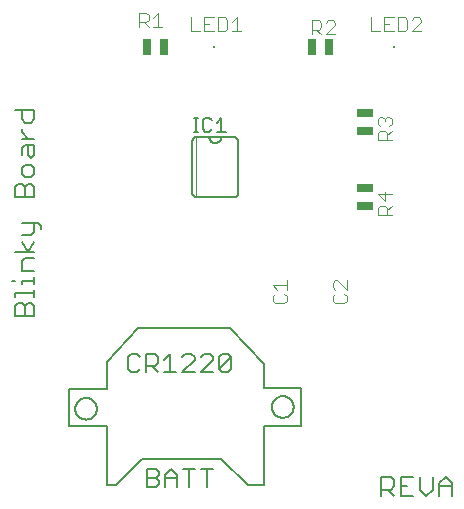
<source format=gto>
G75*
%MOIN*%
%OFA0B0*%
%FSLAX25Y25*%
%IPPOS*%
%LPD*%
%AMOC8*
5,1,8,0,0,1.08239X$1,22.5*
%
%ADD10C,0.00600*%
%ADD11C,0.00500*%
%ADD12C,0.00400*%
%ADD13C,0.00200*%
%ADD14R,0.00787X0.00787*%
%ADD15R,0.05512X0.02559*%
%ADD16R,0.02559X0.05512*%
D10*
X0015095Y0077100D02*
X0015095Y0080303D01*
X0016162Y0081370D01*
X0017230Y0081370D01*
X0018297Y0080303D01*
X0018297Y0077100D01*
X0015095Y0077100D02*
X0021500Y0077100D01*
X0021500Y0080303D01*
X0020432Y0081370D01*
X0019365Y0081370D01*
X0018297Y0080303D01*
X0015095Y0083545D02*
X0015095Y0084613D01*
X0021500Y0084613D01*
X0021500Y0083545D02*
X0021500Y0085681D01*
X0021500Y0087842D02*
X0021500Y0089978D01*
X0021500Y0088910D02*
X0017230Y0088910D01*
X0017230Y0087842D01*
X0015095Y0088910D02*
X0014027Y0088910D01*
X0017230Y0092139D02*
X0017230Y0095342D01*
X0018297Y0096410D01*
X0021500Y0096410D01*
X0021500Y0098585D02*
X0015095Y0098585D01*
X0017230Y0101788D02*
X0019365Y0098585D01*
X0021500Y0101788D01*
X0020432Y0103956D02*
X0021500Y0105024D01*
X0021500Y0108227D01*
X0022568Y0108227D02*
X0023635Y0107159D01*
X0023635Y0106091D01*
X0022568Y0108227D02*
X0017230Y0108227D01*
X0017230Y0103956D02*
X0020432Y0103956D01*
X0021500Y0092139D02*
X0017230Y0092139D01*
X0018297Y0116847D02*
X0018297Y0120050D01*
X0019365Y0121118D01*
X0020432Y0121118D01*
X0021500Y0120050D01*
X0021500Y0116847D01*
X0015095Y0116847D01*
X0015095Y0120050D01*
X0016162Y0121118D01*
X0017230Y0121118D01*
X0018297Y0120050D01*
X0018297Y0123293D02*
X0017230Y0124360D01*
X0017230Y0126495D01*
X0018297Y0127563D01*
X0020432Y0127563D01*
X0021500Y0126495D01*
X0021500Y0124360D01*
X0020432Y0123293D01*
X0018297Y0123293D01*
X0020432Y0129738D02*
X0019365Y0130806D01*
X0019365Y0134009D01*
X0018297Y0134009D02*
X0021500Y0134009D01*
X0021500Y0130806D01*
X0020432Y0129738D01*
X0017230Y0130806D02*
X0017230Y0132941D01*
X0018297Y0134009D01*
X0017230Y0136184D02*
X0021500Y0136184D01*
X0019365Y0136184D02*
X0017230Y0138319D01*
X0017230Y0139386D01*
X0018297Y0141555D02*
X0017230Y0142623D01*
X0017230Y0145825D01*
X0015095Y0145825D02*
X0021500Y0145825D01*
X0021500Y0142623D01*
X0020432Y0141555D01*
X0018297Y0141555D01*
X0074100Y0135300D02*
X0074100Y0118300D01*
X0074102Y0118224D01*
X0074108Y0118148D01*
X0074117Y0118073D01*
X0074131Y0117998D01*
X0074148Y0117924D01*
X0074169Y0117851D01*
X0074193Y0117779D01*
X0074222Y0117708D01*
X0074253Y0117639D01*
X0074288Y0117572D01*
X0074327Y0117507D01*
X0074369Y0117443D01*
X0074414Y0117382D01*
X0074462Y0117323D01*
X0074513Y0117267D01*
X0074567Y0117213D01*
X0074623Y0117162D01*
X0074682Y0117114D01*
X0074743Y0117069D01*
X0074807Y0117027D01*
X0074872Y0116988D01*
X0074939Y0116953D01*
X0075008Y0116922D01*
X0075079Y0116893D01*
X0075151Y0116869D01*
X0075224Y0116848D01*
X0075298Y0116831D01*
X0075373Y0116817D01*
X0075448Y0116808D01*
X0075524Y0116802D01*
X0075600Y0116800D01*
X0088000Y0116800D01*
X0088076Y0116802D01*
X0088152Y0116808D01*
X0088227Y0116817D01*
X0088302Y0116831D01*
X0088376Y0116848D01*
X0088449Y0116869D01*
X0088521Y0116893D01*
X0088592Y0116922D01*
X0088661Y0116953D01*
X0088728Y0116988D01*
X0088793Y0117027D01*
X0088857Y0117069D01*
X0088918Y0117114D01*
X0088977Y0117162D01*
X0089033Y0117213D01*
X0089087Y0117267D01*
X0089138Y0117323D01*
X0089186Y0117382D01*
X0089231Y0117443D01*
X0089273Y0117507D01*
X0089312Y0117572D01*
X0089347Y0117639D01*
X0089378Y0117708D01*
X0089407Y0117779D01*
X0089431Y0117851D01*
X0089452Y0117924D01*
X0089469Y0117998D01*
X0089483Y0118073D01*
X0089492Y0118148D01*
X0089498Y0118224D01*
X0089500Y0118300D01*
X0089500Y0135300D01*
X0089498Y0135376D01*
X0089492Y0135452D01*
X0089483Y0135527D01*
X0089469Y0135602D01*
X0089452Y0135676D01*
X0089431Y0135749D01*
X0089407Y0135821D01*
X0089378Y0135892D01*
X0089347Y0135961D01*
X0089312Y0136028D01*
X0089273Y0136093D01*
X0089231Y0136157D01*
X0089186Y0136218D01*
X0089138Y0136277D01*
X0089087Y0136333D01*
X0089033Y0136387D01*
X0088977Y0136438D01*
X0088918Y0136486D01*
X0088857Y0136531D01*
X0088793Y0136573D01*
X0088728Y0136612D01*
X0088661Y0136647D01*
X0088592Y0136678D01*
X0088521Y0136707D01*
X0088449Y0136731D01*
X0088376Y0136752D01*
X0088302Y0136769D01*
X0088227Y0136783D01*
X0088152Y0136792D01*
X0088076Y0136798D01*
X0088000Y0136800D01*
X0075600Y0136800D01*
X0075524Y0136798D01*
X0075448Y0136792D01*
X0075373Y0136783D01*
X0075298Y0136769D01*
X0075224Y0136752D01*
X0075151Y0136731D01*
X0075079Y0136707D01*
X0075008Y0136678D01*
X0074939Y0136647D01*
X0074872Y0136612D01*
X0074807Y0136573D01*
X0074743Y0136531D01*
X0074682Y0136486D01*
X0074623Y0136438D01*
X0074567Y0136387D01*
X0074513Y0136333D01*
X0074462Y0136277D01*
X0074414Y0136218D01*
X0074369Y0136157D01*
X0074327Y0136093D01*
X0074288Y0136028D01*
X0074253Y0135961D01*
X0074222Y0135892D01*
X0074193Y0135821D01*
X0074169Y0135749D01*
X0074148Y0135676D01*
X0074131Y0135602D01*
X0074117Y0135527D01*
X0074108Y0135452D01*
X0074102Y0135376D01*
X0074100Y0135300D01*
X0079800Y0136800D02*
X0079802Y0136712D01*
X0079808Y0136623D01*
X0079818Y0136535D01*
X0079831Y0136448D01*
X0079849Y0136361D01*
X0079870Y0136275D01*
X0079895Y0136190D01*
X0079924Y0136107D01*
X0079957Y0136024D01*
X0079993Y0135944D01*
X0080032Y0135865D01*
X0080075Y0135787D01*
X0080122Y0135712D01*
X0080172Y0135639D01*
X0080225Y0135568D01*
X0080281Y0135499D01*
X0080340Y0135433D01*
X0080402Y0135370D01*
X0080466Y0135310D01*
X0080533Y0135252D01*
X0080603Y0135198D01*
X0080675Y0135146D01*
X0080749Y0135098D01*
X0080826Y0135053D01*
X0080904Y0135012D01*
X0080984Y0134974D01*
X0081065Y0134940D01*
X0081148Y0134909D01*
X0081233Y0134882D01*
X0081318Y0134859D01*
X0081404Y0134840D01*
X0081492Y0134824D01*
X0081579Y0134812D01*
X0081667Y0134804D01*
X0081756Y0134800D01*
X0081844Y0134800D01*
X0081933Y0134804D01*
X0082021Y0134812D01*
X0082108Y0134824D01*
X0082196Y0134840D01*
X0082282Y0134859D01*
X0082367Y0134882D01*
X0082452Y0134909D01*
X0082535Y0134940D01*
X0082616Y0134974D01*
X0082696Y0135012D01*
X0082774Y0135053D01*
X0082851Y0135098D01*
X0082925Y0135146D01*
X0082997Y0135198D01*
X0083067Y0135252D01*
X0083134Y0135310D01*
X0083198Y0135370D01*
X0083260Y0135433D01*
X0083319Y0135499D01*
X0083375Y0135568D01*
X0083428Y0135639D01*
X0083478Y0135712D01*
X0083525Y0135787D01*
X0083568Y0135865D01*
X0083607Y0135944D01*
X0083643Y0136024D01*
X0083676Y0136107D01*
X0083705Y0136190D01*
X0083730Y0136275D01*
X0083751Y0136361D01*
X0083769Y0136448D01*
X0083782Y0136535D01*
X0083792Y0136623D01*
X0083798Y0136712D01*
X0083800Y0136800D01*
X0137100Y0023505D02*
X0140303Y0023505D01*
X0141370Y0022438D01*
X0141370Y0020303D01*
X0140303Y0019235D01*
X0137100Y0019235D01*
X0137100Y0017100D02*
X0137100Y0023505D01*
X0139235Y0019235D02*
X0141370Y0017100D01*
X0143545Y0017100D02*
X0147816Y0017100D01*
X0149991Y0019235D02*
X0152126Y0017100D01*
X0154261Y0019235D01*
X0154261Y0023505D01*
X0156436Y0021370D02*
X0158572Y0023505D01*
X0160707Y0021370D01*
X0160707Y0017100D01*
X0160707Y0020303D02*
X0156436Y0020303D01*
X0156436Y0021370D02*
X0156436Y0017100D01*
X0149991Y0019235D02*
X0149991Y0023505D01*
X0147816Y0023505D02*
X0143545Y0023505D01*
X0143545Y0017100D01*
X0143545Y0020303D02*
X0145681Y0020303D01*
D11*
X0045580Y0040343D02*
X0033060Y0040343D01*
X0033060Y0052863D01*
X0045580Y0052863D01*
X0045580Y0061863D01*
X0056131Y0073020D01*
X0086863Y0073020D01*
X0098020Y0061257D01*
X0098020Y0053257D01*
X0110540Y0053257D01*
X0110540Y0040343D01*
X0098020Y0040343D01*
X0098020Y0020611D01*
X0092800Y0020611D01*
X0083800Y0029461D01*
X0057225Y0029461D01*
X0048800Y0020611D01*
X0045580Y0020611D01*
X0045580Y0040343D01*
X0035123Y0046194D02*
X0035125Y0046314D01*
X0035131Y0046434D01*
X0035141Y0046553D01*
X0035155Y0046672D01*
X0035173Y0046791D01*
X0035194Y0046909D01*
X0035220Y0047026D01*
X0035250Y0047142D01*
X0035283Y0047257D01*
X0035320Y0047371D01*
X0035361Y0047483D01*
X0035406Y0047595D01*
X0035455Y0047704D01*
X0035507Y0047812D01*
X0035562Y0047919D01*
X0035621Y0048023D01*
X0035684Y0048125D01*
X0035750Y0048225D01*
X0035819Y0048323D01*
X0035891Y0048419D01*
X0035967Y0048512D01*
X0036045Y0048602D01*
X0036127Y0048690D01*
X0036211Y0048775D01*
X0036298Y0048858D01*
X0036388Y0048937D01*
X0036481Y0049013D01*
X0036576Y0049086D01*
X0036673Y0049156D01*
X0036773Y0049223D01*
X0036874Y0049286D01*
X0036978Y0049346D01*
X0037084Y0049403D01*
X0037191Y0049456D01*
X0037301Y0049505D01*
X0037412Y0049551D01*
X0037524Y0049593D01*
X0037638Y0049631D01*
X0037752Y0049665D01*
X0037868Y0049696D01*
X0037985Y0049722D01*
X0038103Y0049745D01*
X0038221Y0049764D01*
X0038340Y0049779D01*
X0038460Y0049790D01*
X0038579Y0049797D01*
X0038699Y0049800D01*
X0038819Y0049799D01*
X0038939Y0049794D01*
X0039058Y0049785D01*
X0039177Y0049772D01*
X0039296Y0049755D01*
X0039414Y0049734D01*
X0039531Y0049710D01*
X0039648Y0049681D01*
X0039763Y0049649D01*
X0039877Y0049612D01*
X0039990Y0049572D01*
X0040102Y0049528D01*
X0040212Y0049481D01*
X0040321Y0049430D01*
X0040427Y0049375D01*
X0040532Y0049317D01*
X0040635Y0049255D01*
X0040736Y0049190D01*
X0040834Y0049122D01*
X0040930Y0049050D01*
X0041024Y0048976D01*
X0041115Y0048898D01*
X0041204Y0048817D01*
X0041289Y0048733D01*
X0041372Y0048647D01*
X0041452Y0048557D01*
X0041530Y0048466D01*
X0041603Y0048371D01*
X0041674Y0048275D01*
X0041742Y0048176D01*
X0041806Y0048074D01*
X0041867Y0047971D01*
X0041924Y0047866D01*
X0041978Y0047759D01*
X0042028Y0047650D01*
X0042075Y0047539D01*
X0042118Y0047427D01*
X0042157Y0047314D01*
X0042192Y0047199D01*
X0042223Y0047084D01*
X0042251Y0046967D01*
X0042275Y0046850D01*
X0042295Y0046731D01*
X0042311Y0046613D01*
X0042323Y0046493D01*
X0042331Y0046374D01*
X0042335Y0046254D01*
X0042335Y0046134D01*
X0042331Y0046014D01*
X0042323Y0045895D01*
X0042311Y0045775D01*
X0042295Y0045657D01*
X0042275Y0045538D01*
X0042251Y0045421D01*
X0042223Y0045304D01*
X0042192Y0045189D01*
X0042157Y0045074D01*
X0042118Y0044961D01*
X0042075Y0044849D01*
X0042028Y0044738D01*
X0041978Y0044629D01*
X0041924Y0044522D01*
X0041867Y0044417D01*
X0041806Y0044314D01*
X0041742Y0044212D01*
X0041674Y0044113D01*
X0041603Y0044017D01*
X0041530Y0043922D01*
X0041452Y0043831D01*
X0041372Y0043741D01*
X0041289Y0043655D01*
X0041204Y0043571D01*
X0041115Y0043490D01*
X0041024Y0043412D01*
X0040930Y0043338D01*
X0040834Y0043266D01*
X0040736Y0043198D01*
X0040635Y0043133D01*
X0040532Y0043071D01*
X0040427Y0043013D01*
X0040321Y0042958D01*
X0040212Y0042907D01*
X0040102Y0042860D01*
X0039990Y0042816D01*
X0039877Y0042776D01*
X0039763Y0042739D01*
X0039648Y0042707D01*
X0039531Y0042678D01*
X0039414Y0042654D01*
X0039296Y0042633D01*
X0039177Y0042616D01*
X0039058Y0042603D01*
X0038939Y0042594D01*
X0038819Y0042589D01*
X0038699Y0042588D01*
X0038579Y0042591D01*
X0038460Y0042598D01*
X0038340Y0042609D01*
X0038221Y0042624D01*
X0038103Y0042643D01*
X0037985Y0042666D01*
X0037868Y0042692D01*
X0037752Y0042723D01*
X0037638Y0042757D01*
X0037524Y0042795D01*
X0037412Y0042837D01*
X0037301Y0042883D01*
X0037191Y0042932D01*
X0037084Y0042985D01*
X0036978Y0043042D01*
X0036874Y0043102D01*
X0036773Y0043165D01*
X0036673Y0043232D01*
X0036576Y0043302D01*
X0036481Y0043375D01*
X0036388Y0043451D01*
X0036298Y0043530D01*
X0036211Y0043613D01*
X0036127Y0043698D01*
X0036045Y0043786D01*
X0035967Y0043876D01*
X0035891Y0043969D01*
X0035819Y0044065D01*
X0035750Y0044163D01*
X0035684Y0044263D01*
X0035621Y0044365D01*
X0035562Y0044469D01*
X0035507Y0044576D01*
X0035455Y0044684D01*
X0035406Y0044793D01*
X0035361Y0044905D01*
X0035320Y0045017D01*
X0035283Y0045131D01*
X0035250Y0045246D01*
X0035220Y0045362D01*
X0035194Y0045479D01*
X0035173Y0045597D01*
X0035155Y0045716D01*
X0035141Y0045835D01*
X0035131Y0045954D01*
X0035125Y0046074D01*
X0035123Y0046194D01*
X0052587Y0059381D02*
X0053604Y0058363D01*
X0055639Y0058363D01*
X0056657Y0059381D01*
X0058664Y0060398D02*
X0061717Y0060398D01*
X0062734Y0061416D01*
X0062734Y0063451D01*
X0061717Y0064469D01*
X0058664Y0064469D01*
X0058664Y0058363D01*
X0060699Y0060398D02*
X0062734Y0058363D01*
X0064741Y0058363D02*
X0068811Y0058363D01*
X0070818Y0058363D02*
X0074889Y0062434D01*
X0074889Y0063451D01*
X0073871Y0064469D01*
X0071836Y0064469D01*
X0070818Y0063451D01*
X0066776Y0064469D02*
X0066776Y0058363D01*
X0070818Y0058363D02*
X0074889Y0058363D01*
X0076896Y0058363D02*
X0080966Y0062434D01*
X0080966Y0063451D01*
X0079948Y0064469D01*
X0077913Y0064469D01*
X0076896Y0063451D01*
X0076896Y0058363D02*
X0080966Y0058363D01*
X0082973Y0059381D02*
X0087043Y0063451D01*
X0087043Y0059381D01*
X0086025Y0058363D01*
X0083990Y0058363D01*
X0082973Y0059381D01*
X0082973Y0063451D01*
X0083990Y0064469D01*
X0086025Y0064469D01*
X0087043Y0063451D01*
X0100690Y0046800D02*
X0100692Y0046920D01*
X0100698Y0047040D01*
X0100708Y0047159D01*
X0100722Y0047278D01*
X0100740Y0047397D01*
X0100761Y0047515D01*
X0100787Y0047632D01*
X0100817Y0047748D01*
X0100850Y0047863D01*
X0100887Y0047977D01*
X0100928Y0048089D01*
X0100973Y0048201D01*
X0101022Y0048310D01*
X0101074Y0048418D01*
X0101129Y0048525D01*
X0101188Y0048629D01*
X0101251Y0048731D01*
X0101317Y0048831D01*
X0101386Y0048929D01*
X0101458Y0049025D01*
X0101534Y0049118D01*
X0101612Y0049208D01*
X0101694Y0049296D01*
X0101778Y0049381D01*
X0101865Y0049464D01*
X0101955Y0049543D01*
X0102048Y0049619D01*
X0102143Y0049692D01*
X0102240Y0049762D01*
X0102340Y0049829D01*
X0102441Y0049892D01*
X0102545Y0049952D01*
X0102651Y0050009D01*
X0102758Y0050062D01*
X0102868Y0050111D01*
X0102979Y0050157D01*
X0103091Y0050199D01*
X0103205Y0050237D01*
X0103319Y0050271D01*
X0103435Y0050302D01*
X0103552Y0050328D01*
X0103670Y0050351D01*
X0103788Y0050370D01*
X0103907Y0050385D01*
X0104027Y0050396D01*
X0104146Y0050403D01*
X0104266Y0050406D01*
X0104386Y0050405D01*
X0104506Y0050400D01*
X0104625Y0050391D01*
X0104744Y0050378D01*
X0104863Y0050361D01*
X0104981Y0050340D01*
X0105098Y0050316D01*
X0105215Y0050287D01*
X0105330Y0050255D01*
X0105444Y0050218D01*
X0105557Y0050178D01*
X0105669Y0050134D01*
X0105779Y0050087D01*
X0105888Y0050036D01*
X0105994Y0049981D01*
X0106099Y0049923D01*
X0106202Y0049861D01*
X0106303Y0049796D01*
X0106401Y0049728D01*
X0106497Y0049656D01*
X0106591Y0049582D01*
X0106682Y0049504D01*
X0106771Y0049423D01*
X0106856Y0049339D01*
X0106939Y0049253D01*
X0107019Y0049163D01*
X0107097Y0049072D01*
X0107170Y0048977D01*
X0107241Y0048881D01*
X0107309Y0048782D01*
X0107373Y0048680D01*
X0107434Y0048577D01*
X0107491Y0048472D01*
X0107545Y0048365D01*
X0107595Y0048256D01*
X0107642Y0048145D01*
X0107685Y0048033D01*
X0107724Y0047920D01*
X0107759Y0047805D01*
X0107790Y0047690D01*
X0107818Y0047573D01*
X0107842Y0047456D01*
X0107862Y0047337D01*
X0107878Y0047219D01*
X0107890Y0047099D01*
X0107898Y0046980D01*
X0107902Y0046860D01*
X0107902Y0046740D01*
X0107898Y0046620D01*
X0107890Y0046501D01*
X0107878Y0046381D01*
X0107862Y0046263D01*
X0107842Y0046144D01*
X0107818Y0046027D01*
X0107790Y0045910D01*
X0107759Y0045795D01*
X0107724Y0045680D01*
X0107685Y0045567D01*
X0107642Y0045455D01*
X0107595Y0045344D01*
X0107545Y0045235D01*
X0107491Y0045128D01*
X0107434Y0045023D01*
X0107373Y0044920D01*
X0107309Y0044818D01*
X0107241Y0044719D01*
X0107170Y0044623D01*
X0107097Y0044528D01*
X0107019Y0044437D01*
X0106939Y0044347D01*
X0106856Y0044261D01*
X0106771Y0044177D01*
X0106682Y0044096D01*
X0106591Y0044018D01*
X0106497Y0043944D01*
X0106401Y0043872D01*
X0106303Y0043804D01*
X0106202Y0043739D01*
X0106099Y0043677D01*
X0105994Y0043619D01*
X0105888Y0043564D01*
X0105779Y0043513D01*
X0105669Y0043466D01*
X0105557Y0043422D01*
X0105444Y0043382D01*
X0105330Y0043345D01*
X0105215Y0043313D01*
X0105098Y0043284D01*
X0104981Y0043260D01*
X0104863Y0043239D01*
X0104744Y0043222D01*
X0104625Y0043209D01*
X0104506Y0043200D01*
X0104386Y0043195D01*
X0104266Y0043194D01*
X0104146Y0043197D01*
X0104027Y0043204D01*
X0103907Y0043215D01*
X0103788Y0043230D01*
X0103670Y0043249D01*
X0103552Y0043272D01*
X0103435Y0043298D01*
X0103319Y0043329D01*
X0103205Y0043363D01*
X0103091Y0043401D01*
X0102979Y0043443D01*
X0102868Y0043489D01*
X0102758Y0043538D01*
X0102651Y0043591D01*
X0102545Y0043648D01*
X0102441Y0043708D01*
X0102340Y0043771D01*
X0102240Y0043838D01*
X0102143Y0043908D01*
X0102048Y0043981D01*
X0101955Y0044057D01*
X0101865Y0044136D01*
X0101778Y0044219D01*
X0101694Y0044304D01*
X0101612Y0044392D01*
X0101534Y0044482D01*
X0101458Y0044575D01*
X0101386Y0044671D01*
X0101317Y0044769D01*
X0101251Y0044869D01*
X0101188Y0044971D01*
X0101129Y0045075D01*
X0101074Y0045182D01*
X0101022Y0045290D01*
X0100973Y0045399D01*
X0100928Y0045511D01*
X0100887Y0045623D01*
X0100850Y0045737D01*
X0100817Y0045852D01*
X0100787Y0045968D01*
X0100761Y0046085D01*
X0100740Y0046203D01*
X0100722Y0046322D01*
X0100708Y0046441D01*
X0100698Y0046560D01*
X0100692Y0046680D01*
X0100690Y0046800D01*
X0081197Y0026100D02*
X0077127Y0026100D01*
X0075120Y0026100D02*
X0071050Y0026100D01*
X0069043Y0024065D02*
X0069043Y0019995D01*
X0069043Y0023047D02*
X0064973Y0023047D01*
X0064973Y0024065D02*
X0067008Y0026100D01*
X0069043Y0024065D01*
X0064973Y0024065D02*
X0064973Y0019995D01*
X0062966Y0021012D02*
X0061948Y0019995D01*
X0058896Y0019995D01*
X0058896Y0026100D01*
X0061948Y0026100D01*
X0062966Y0025083D01*
X0062966Y0024065D01*
X0061948Y0023047D01*
X0058896Y0023047D01*
X0061948Y0023047D02*
X0062966Y0022030D01*
X0062966Y0021012D01*
X0073085Y0019995D02*
X0073085Y0026100D01*
X0079162Y0026100D02*
X0079162Y0019995D01*
X0052587Y0059381D02*
X0052587Y0063451D01*
X0053604Y0064469D01*
X0055639Y0064469D01*
X0056657Y0063451D01*
X0064741Y0062434D02*
X0066776Y0064469D01*
X0074550Y0138550D02*
X0076051Y0138550D01*
X0075301Y0138550D02*
X0075301Y0143054D01*
X0076051Y0143054D02*
X0074550Y0143054D01*
X0077619Y0142303D02*
X0077619Y0139301D01*
X0078370Y0138550D01*
X0079871Y0138550D01*
X0080622Y0139301D01*
X0082223Y0138550D02*
X0085226Y0138550D01*
X0083724Y0138550D02*
X0083724Y0143054D01*
X0082223Y0141553D01*
X0080622Y0142303D02*
X0079871Y0143054D01*
X0078370Y0143054D01*
X0077619Y0142303D01*
D12*
X0078188Y0172000D02*
X0081257Y0172000D01*
X0082792Y0172000D02*
X0085094Y0172000D01*
X0085861Y0172767D01*
X0085861Y0175837D01*
X0085094Y0176604D01*
X0082792Y0176604D01*
X0082792Y0172000D01*
X0079723Y0174302D02*
X0078188Y0174302D01*
X0078188Y0176604D02*
X0078188Y0172000D01*
X0076654Y0172000D02*
X0073584Y0172000D01*
X0073584Y0176604D01*
X0078188Y0176604D02*
X0081257Y0176604D01*
X0087396Y0175069D02*
X0088931Y0176604D01*
X0088931Y0172000D01*
X0090465Y0172000D02*
X0087396Y0172000D01*
X0064173Y0173500D02*
X0061104Y0173500D01*
X0062639Y0173500D02*
X0062639Y0178104D01*
X0061104Y0176569D01*
X0059569Y0175802D02*
X0059569Y0177337D01*
X0058802Y0178104D01*
X0056500Y0178104D01*
X0056500Y0173500D01*
X0056500Y0175035D02*
X0058802Y0175035D01*
X0059569Y0175802D01*
X0058035Y0175035D02*
X0059569Y0173500D01*
X0114000Y0172535D02*
X0116302Y0172535D01*
X0117069Y0173302D01*
X0117069Y0174837D01*
X0116302Y0175604D01*
X0114000Y0175604D01*
X0114000Y0171000D01*
X0115535Y0172535D02*
X0117069Y0171000D01*
X0118604Y0171000D02*
X0121673Y0174069D01*
X0121673Y0174837D01*
X0120906Y0175604D01*
X0119371Y0175604D01*
X0118604Y0174837D01*
X0118604Y0171000D02*
X0121673Y0171000D01*
X0133584Y0172000D02*
X0136654Y0172000D01*
X0138188Y0172000D02*
X0141257Y0172000D01*
X0142792Y0172000D02*
X0145094Y0172000D01*
X0145861Y0172767D01*
X0145861Y0175837D01*
X0145094Y0176604D01*
X0142792Y0176604D01*
X0142792Y0172000D01*
X0139723Y0174302D02*
X0138188Y0174302D01*
X0138188Y0176604D02*
X0138188Y0172000D01*
X0138188Y0176604D02*
X0141257Y0176604D01*
X0147396Y0175837D02*
X0148163Y0176604D01*
X0149698Y0176604D01*
X0150465Y0175837D01*
X0150465Y0175069D01*
X0147396Y0172000D01*
X0150465Y0172000D01*
X0133584Y0172000D02*
X0133584Y0176604D01*
X0136763Y0143465D02*
X0137531Y0143465D01*
X0138298Y0142698D01*
X0139065Y0143465D01*
X0139833Y0143465D01*
X0140600Y0142698D01*
X0140600Y0141163D01*
X0139833Y0140396D01*
X0140600Y0138861D02*
X0139065Y0137327D01*
X0139065Y0138094D02*
X0139065Y0135792D01*
X0140600Y0135792D02*
X0135996Y0135792D01*
X0135996Y0138094D01*
X0136763Y0138861D01*
X0138298Y0138861D01*
X0139065Y0138094D01*
X0136763Y0140396D02*
X0135996Y0141163D01*
X0135996Y0142698D01*
X0136763Y0143465D01*
X0138298Y0142698D02*
X0138298Y0141931D01*
X0138298Y0118465D02*
X0138298Y0115396D01*
X0135996Y0117698D01*
X0140600Y0117698D01*
X0140600Y0113861D02*
X0139065Y0112327D01*
X0139065Y0113094D02*
X0139065Y0110792D01*
X0140600Y0110792D02*
X0135996Y0110792D01*
X0135996Y0113094D01*
X0136763Y0113861D01*
X0138298Y0113861D01*
X0139065Y0113094D01*
X0125600Y0088965D02*
X0125600Y0085896D01*
X0122531Y0088965D01*
X0121763Y0088965D01*
X0120996Y0088198D01*
X0120996Y0086663D01*
X0121763Y0085896D01*
X0121763Y0084361D02*
X0120996Y0083594D01*
X0120996Y0082059D01*
X0121763Y0081292D01*
X0124833Y0081292D01*
X0125600Y0082059D01*
X0125600Y0083594D01*
X0124833Y0084361D01*
X0105600Y0083594D02*
X0105600Y0082059D01*
X0104833Y0081292D01*
X0101763Y0081292D01*
X0100996Y0082059D01*
X0100996Y0083594D01*
X0101763Y0084361D01*
X0102531Y0085896D02*
X0100996Y0087431D01*
X0105600Y0087431D01*
X0105600Y0088965D02*
X0105600Y0085896D01*
X0104833Y0084361D02*
X0105600Y0083594D01*
D13*
X0075500Y0116800D02*
X0075500Y0136800D01*
D14*
X0081406Y0166800D03*
X0141406Y0166800D03*
D15*
X0131806Y0144720D03*
X0131806Y0138920D03*
X0131806Y0119720D03*
X0131806Y0113920D03*
D16*
X0119680Y0166806D03*
X0113880Y0166806D03*
X0064680Y0166806D03*
X0058880Y0166806D03*
M02*

</source>
